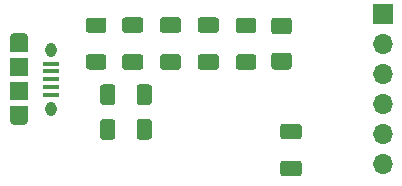
<source format=gts>
G04 #@! TF.GenerationSoftware,KiCad,Pcbnew,(5.1.10)-1*
G04 #@! TF.CreationDate,2021-08-25T17:02:57-07:00*
G04 #@! TF.ProjectId,USB breakout,55534220-6272-4656-916b-6f75742e6b69,rev?*
G04 #@! TF.SameCoordinates,Original*
G04 #@! TF.FileFunction,Soldermask,Top*
G04 #@! TF.FilePolarity,Negative*
%FSLAX46Y46*%
G04 Gerber Fmt 4.6, Leading zero omitted, Abs format (unit mm)*
G04 Created by KiCad (PCBNEW (5.1.10)-1) date 2021-08-25 17:02:57*
%MOMM*%
%LPD*%
G01*
G04 APERTURE LIST*
%ADD10R,1.700000X1.700000*%
%ADD11O,1.700000X1.700000*%
%ADD12R,1.350000X0.400000*%
%ADD13O,0.950000X1.250000*%
%ADD14R,1.550000X1.500000*%
%ADD15R,1.550000X1.200000*%
%ADD16O,1.550000X0.890000*%
G04 APERTURE END LIST*
D10*
X132250000Y-85500000D03*
D11*
X132250000Y-88040000D03*
X132250000Y-90580000D03*
X132250000Y-93120000D03*
X132250000Y-95660000D03*
X132250000Y-98200000D03*
G36*
G01*
X124325000Y-90187500D02*
X123075000Y-90187500D01*
G75*
G02*
X122825000Y-89937500I0J250000D01*
G01*
X122825000Y-89012500D01*
G75*
G02*
X123075000Y-88762500I250000J0D01*
G01*
X124325000Y-88762500D01*
G75*
G02*
X124575000Y-89012500I0J-250000D01*
G01*
X124575000Y-89937500D01*
G75*
G02*
X124325000Y-90187500I-250000J0D01*
G01*
G37*
G36*
G01*
X124325000Y-87212500D02*
X123075000Y-87212500D01*
G75*
G02*
X122825000Y-86962500I0J250000D01*
G01*
X122825000Y-86037500D01*
G75*
G02*
X123075000Y-85787500I250000J0D01*
G01*
X124325000Y-85787500D01*
G75*
G02*
X124575000Y-86037500I0J-250000D01*
G01*
X124575000Y-86962500D01*
G75*
G02*
X124325000Y-87212500I-250000J0D01*
G01*
G37*
D12*
X104150000Y-89700000D03*
X104150000Y-90350000D03*
X104150000Y-91000000D03*
X104150000Y-91650000D03*
X104150000Y-92300000D03*
D13*
X104150000Y-88500000D03*
X104150000Y-93500000D03*
D14*
X101450000Y-90000000D03*
X101450000Y-92000000D03*
D15*
X101450000Y-88100000D03*
X101450000Y-93900000D03*
D16*
X101450000Y-87500000D03*
X101450000Y-94500000D03*
G36*
G01*
X110449999Y-88887500D02*
X111750001Y-88887500D01*
G75*
G02*
X112000000Y-89137499I0J-249999D01*
G01*
X112000000Y-89962501D01*
G75*
G02*
X111750001Y-90212500I-249999J0D01*
G01*
X110449999Y-90212500D01*
G75*
G02*
X110200000Y-89962501I0J249999D01*
G01*
X110200000Y-89137499D01*
G75*
G02*
X110449999Y-88887500I249999J0D01*
G01*
G37*
G36*
G01*
X110449999Y-85762500D02*
X111750001Y-85762500D01*
G75*
G02*
X112000000Y-86012499I0J-249999D01*
G01*
X112000000Y-86837501D01*
G75*
G02*
X111750001Y-87087500I-249999J0D01*
G01*
X110449999Y-87087500D01*
G75*
G02*
X110200000Y-86837501I0J249999D01*
G01*
X110200000Y-86012499D01*
G75*
G02*
X110449999Y-85762500I249999J0D01*
G01*
G37*
G36*
G01*
X114950001Y-87087500D02*
X113649999Y-87087500D01*
G75*
G02*
X113400000Y-86837501I0J249999D01*
G01*
X113400000Y-86012499D01*
G75*
G02*
X113649999Y-85762500I249999J0D01*
G01*
X114950001Y-85762500D01*
G75*
G02*
X115200000Y-86012499I0J-249999D01*
G01*
X115200000Y-86837501D01*
G75*
G02*
X114950001Y-87087500I-249999J0D01*
G01*
G37*
G36*
G01*
X114950001Y-90212500D02*
X113649999Y-90212500D01*
G75*
G02*
X113400000Y-89962501I0J249999D01*
G01*
X113400000Y-89137499D01*
G75*
G02*
X113649999Y-88887500I249999J0D01*
G01*
X114950001Y-88887500D01*
G75*
G02*
X115200000Y-89137499I0J-249999D01*
G01*
X115200000Y-89962501D01*
G75*
G02*
X114950001Y-90212500I-249999J0D01*
G01*
G37*
G36*
G01*
X118150001Y-90212500D02*
X116849999Y-90212500D01*
G75*
G02*
X116600000Y-89962501I0J249999D01*
G01*
X116600000Y-89137499D01*
G75*
G02*
X116849999Y-88887500I249999J0D01*
G01*
X118150001Y-88887500D01*
G75*
G02*
X118400000Y-89137499I0J-249999D01*
G01*
X118400000Y-89962501D01*
G75*
G02*
X118150001Y-90212500I-249999J0D01*
G01*
G37*
G36*
G01*
X118150001Y-87087500D02*
X116849999Y-87087500D01*
G75*
G02*
X116600000Y-86837501I0J249999D01*
G01*
X116600000Y-86012499D01*
G75*
G02*
X116849999Y-85762500I249999J0D01*
G01*
X118150001Y-85762500D01*
G75*
G02*
X118400000Y-86012499I0J-249999D01*
G01*
X118400000Y-86837501D01*
G75*
G02*
X118150001Y-87087500I-249999J0D01*
G01*
G37*
G36*
G01*
X125150001Y-99225000D02*
X123849999Y-99225000D01*
G75*
G02*
X123600000Y-98975001I0J249999D01*
G01*
X123600000Y-98149999D01*
G75*
G02*
X123849999Y-97900000I249999J0D01*
G01*
X125150001Y-97900000D01*
G75*
G02*
X125400000Y-98149999I0J-249999D01*
G01*
X125400000Y-98975001D01*
G75*
G02*
X125150001Y-99225000I-249999J0D01*
G01*
G37*
G36*
G01*
X125150001Y-96100000D02*
X123849999Y-96100000D01*
G75*
G02*
X123600000Y-95850001I0J249999D01*
G01*
X123600000Y-95024999D01*
G75*
G02*
X123849999Y-94775000I249999J0D01*
G01*
X125150001Y-94775000D01*
G75*
G02*
X125400000Y-95024999I0J-249999D01*
G01*
X125400000Y-95850001D01*
G75*
G02*
X125150001Y-96100000I-249999J0D01*
G01*
G37*
G36*
G01*
X112724999Y-94625000D02*
X112724999Y-95875000D01*
G75*
G02*
X112474999Y-96125000I-250000J0D01*
G01*
X111674999Y-96125000D01*
G75*
G02*
X111424999Y-95875000I0J250000D01*
G01*
X111424999Y-94625000D01*
G75*
G02*
X111674999Y-94375000I250000J0D01*
G01*
X112474999Y-94375000D01*
G75*
G02*
X112724999Y-94625000I0J-250000D01*
G01*
G37*
G36*
G01*
X109624999Y-94625000D02*
X109624999Y-95875000D01*
G75*
G02*
X109374999Y-96125000I-250000J0D01*
G01*
X108574999Y-96125000D01*
G75*
G02*
X108324999Y-95875000I0J250000D01*
G01*
X108324999Y-94625000D01*
G75*
G02*
X108574999Y-94375000I250000J0D01*
G01*
X109374999Y-94375000D01*
G75*
G02*
X109624999Y-94625000I0J-250000D01*
G01*
G37*
G36*
G01*
X109624999Y-91689999D02*
X109624999Y-92939999D01*
G75*
G02*
X109374999Y-93189999I-250000J0D01*
G01*
X108574999Y-93189999D01*
G75*
G02*
X108324999Y-92939999I0J250000D01*
G01*
X108324999Y-91689999D01*
G75*
G02*
X108574999Y-91439999I250000J0D01*
G01*
X109374999Y-91439999D01*
G75*
G02*
X109624999Y-91689999I0J-250000D01*
G01*
G37*
G36*
G01*
X112724999Y-91689999D02*
X112724999Y-92939999D01*
G75*
G02*
X112474999Y-93189999I-250000J0D01*
G01*
X111674999Y-93189999D01*
G75*
G02*
X111424999Y-92939999I0J250000D01*
G01*
X111424999Y-91689999D01*
G75*
G02*
X111674999Y-91439999I250000J0D01*
G01*
X112474999Y-91439999D01*
G75*
G02*
X112724999Y-91689999I0J-250000D01*
G01*
G37*
G36*
G01*
X121325000Y-90200000D02*
X120075000Y-90200000D01*
G75*
G02*
X119825000Y-89950000I0J250000D01*
G01*
X119825000Y-89150000D01*
G75*
G02*
X120075000Y-88900000I250000J0D01*
G01*
X121325000Y-88900000D01*
G75*
G02*
X121575000Y-89150000I0J-250000D01*
G01*
X121575000Y-89950000D01*
G75*
G02*
X121325000Y-90200000I-250000J0D01*
G01*
G37*
G36*
G01*
X121325000Y-87100000D02*
X120075000Y-87100000D01*
G75*
G02*
X119825000Y-86850000I0J250000D01*
G01*
X119825000Y-86050000D01*
G75*
G02*
X120075000Y-85800000I250000J0D01*
G01*
X121325000Y-85800000D01*
G75*
G02*
X121575000Y-86050000I0J-250000D01*
G01*
X121575000Y-86850000D01*
G75*
G02*
X121325000Y-87100000I-250000J0D01*
G01*
G37*
G36*
G01*
X108625000Y-90187500D02*
X107375000Y-90187500D01*
G75*
G02*
X107125000Y-89937500I0J250000D01*
G01*
X107125000Y-89137500D01*
G75*
G02*
X107375000Y-88887500I250000J0D01*
G01*
X108625000Y-88887500D01*
G75*
G02*
X108875000Y-89137500I0J-250000D01*
G01*
X108875000Y-89937500D01*
G75*
G02*
X108625000Y-90187500I-250000J0D01*
G01*
G37*
G36*
G01*
X108625000Y-87087500D02*
X107375000Y-87087500D01*
G75*
G02*
X107125000Y-86837500I0J250000D01*
G01*
X107125000Y-86037500D01*
G75*
G02*
X107375000Y-85787500I250000J0D01*
G01*
X108625000Y-85787500D01*
G75*
G02*
X108875000Y-86037500I0J-250000D01*
G01*
X108875000Y-86837500D01*
G75*
G02*
X108625000Y-87087500I-250000J0D01*
G01*
G37*
M02*

</source>
